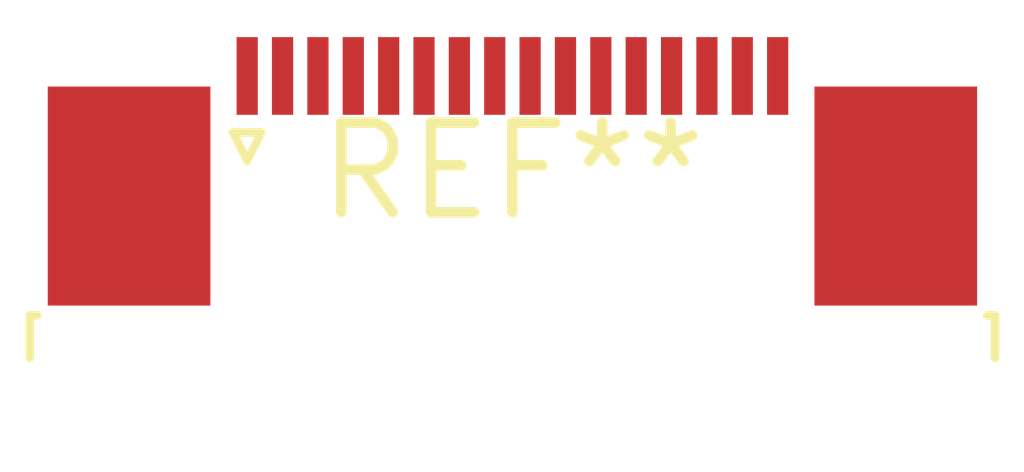
<source format=kicad_pcb>
(kicad_pcb (version 20240108) (generator pcbnew)
  (layers (0 "F.Cu" signal) (31 "B.Cu" signal) (34 "B.Paste" user) (35 "F.Paste" user) (36 "B.SilkS" user "B.Silkscreen") (37 "F.SilkS" user "F.Silkscreen") (38 "B.Mask" user) (39 "F.Mask" user) (44 "Edge.Cuts" user))
  (net 0 "")
  (footprint "TE_1-1734839-6_1x16-1MP_P0.5mm_Horizontal" (layer "F.Cu") (at 0 0)
    (property "Reference" "REF**")
    (property "Value" "PCB Edge")
    (fp_line (start -6.825 2.04) (end -6.825 2.64) (layer "F.SilkS") (stroke (width 0.12)))
    (fp_line (start -6.715 2.04) (end -6.825 2.04) (layer "F.SilkS") (stroke (width 0.12)))
    (fp_line (start -3.95 -0.55) (end -3.75 -0.15) (layer "F.SilkS") (stroke (width 0.12)))
    (fp_line (start -3.75 -0.15) (end -3.55 -0.55) (layer "F.SilkS") (stroke (width 0.12)))
    (fp_line (start -3.55 -0.55) (end -3.95 -0.55) (layer "F.SilkS") (stroke (width 0.12)))
    (fp_line (start 6.715 2.04) (end 6.825 2.04) (layer "F.SilkS") (stroke (width 0.12)))
    (fp_line (start 6.825 2.04) (end 6.825 2.64) (layer "F.SilkS") (stroke (width 0.12)))
    (pad "1" smd rect (at -3.75 -1.35) (size 0.3 1.1) (layers "F.Cu" "F.Paste" "F.Mask"))
    (pad "2" smd rect (at -3.25 -1.35) (size 0.3 1.1) (layers "F.Cu" "F.Paste" "F.Mask"))
    (pad "3" smd rect (at -2.75 -1.35) (size 0.3 1.1) (layers "F.Cu" "F.Paste" "F.Mask"))
    (pad "4" smd rect (at -2.25 -1.35) (size 0.3 1.1) (layers "F.Cu" "F.Paste" "F.Mask"))
    (pad "5" smd rect (at -1.75 -1.35) (size 0.3 1.1) (layers "F.Cu" "F.Paste" "F.Mask"))
    (pad "6" smd rect (at -1.25 -1.35) (size 0.3 1.1) (layers "F.Cu" "F.Paste" "F.Mask"))
    (pad "7" smd rect (at -0.75 -1.35) (size 0.3 1.1) (layers "F.Cu" "F.Paste" "F.Mask"))
    (pad "8" smd rect (at -0.25 -1.35) (size 0.3 1.1) (layers "F.Cu" "F.Paste" "F.Mask"))
    (pad "9" smd rect (at 0.25 -1.35) (size 0.3 1.1) (layers "F.Cu" "F.Paste" "F.Mask"))
    (pad "10" smd rect (at 0.75 -1.35) (size 0.3 1.1) (layers "F.Cu" "F.Paste" "F.Mask"))
    (pad "11" smd rect (at 1.25 -1.35) (size 0.3 1.1) (layers "F.Cu" "F.Paste" "F.Mask"))
    (pad "12" smd rect (at 1.75 -1.35) (size 0.3 1.1) (layers "F.Cu" "F.Paste" "F.Mask"))
    (pad "13" smd rect (at 2.25 -1.35) (size 0.3 1.1) (layers "F.Cu" "F.Paste" "F.Mask"))
    (pad "14" smd rect (at 2.75 -1.35) (size 0.3 1.1) (layers "F.Cu" "F.Paste" "F.Mask"))
    (pad "15" smd rect (at 3.25 -1.35) (size 0.3 1.1) (layers "F.Cu" "F.Paste" "F.Mask"))
    (pad "16" smd rect (at 3.75 -1.35) (size 0.3 1.1) (layers "F.Cu" "F.Paste" "F.Mask"))
    (pad "MP" smd rect (at -5.42 0.35) (size 2.3 3.1) (layers "F.Cu" "F.Paste" "F.Mask"))
    (pad "MP" smd rect (at 5.42 0.35) (size 2.3 3.1) (layers "F.Cu" "F.Paste" "F.Mask"))
  )
)
</source>
